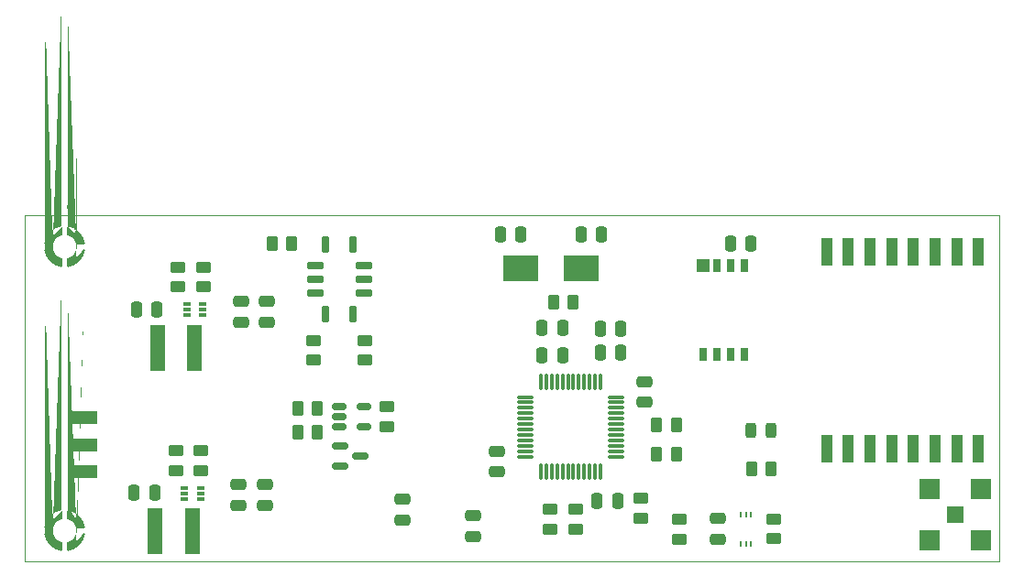
<source format=gbr>
%TF.GenerationSoftware,KiCad,Pcbnew,6.0.2+dfsg-1*%
%TF.CreationDate,2023-05-27T01:06:40+02:00*%
%TF.ProjectId,weather_station,77656174-6865-4725-9f73-746174696f6e,rev?*%
%TF.SameCoordinates,Original*%
%TF.FileFunction,Paste,Top*%
%TF.FilePolarity,Positive*%
%FSLAX46Y46*%
G04 Gerber Fmt 4.6, Leading zero omitted, Abs format (unit mm)*
G04 Created by KiCad (PCBNEW 6.0.2+dfsg-1) date 2023-05-27 01:06:40*
%MOMM*%
%LPD*%
G01*
G04 APERTURE LIST*
G04 Aperture macros list*
%AMRoundRect*
0 Rectangle with rounded corners*
0 $1 Rounding radius*
0 $2 $3 $4 $5 $6 $7 $8 $9 X,Y pos of 4 corners*
0 Add a 4 corners polygon primitive as box body*
4,1,4,$2,$3,$4,$5,$6,$7,$8,$9,$2,$3,0*
0 Add four circle primitives for the rounded corners*
1,1,$1+$1,$2,$3*
1,1,$1+$1,$4,$5*
1,1,$1+$1,$6,$7*
1,1,$1+$1,$8,$9*
0 Add four rect primitives between the rounded corners*
20,1,$1+$1,$2,$3,$4,$5,0*
20,1,$1+$1,$4,$5,$6,$7,0*
20,1,$1+$1,$6,$7,$8,$9,0*
20,1,$1+$1,$8,$9,$2,$3,0*%
%AMFreePoly0*
4,1,52,0.736907,0.853270,0.760485,0.849285,0.765765,0.843894,0.772943,0.841562,0.786999,0.822216,0.803731,0.805133,0.804834,0.797668,0.809270,0.791562,0.809270,0.767646,0.812765,0.743993,0.812763,0.743989,0.752455,0.492671,0.658595,0.251858,0.532921,0.026011,0.377760,-0.180690,0.195981,-0.364420,-0.009051,-0.521781,-0.233542,-0.649860,-0.473339,-0.746287,-0.723999,-0.809276,
-0.724003,-0.809278,-0.728855,-0.808614,-0.729758,-0.809270,-0.791562,-0.809270,-0.841562,-0.772943,-0.860660,-0.714164,-0.860660,-0.101235,-0.841562,-0.042456,-0.791562,-0.006129,-0.782277,-0.006129,-0.775534,-0.001746,-0.767450,-0.002166,-0.617883,0.050341,-0.471086,0.128352,-0.337680,0.227536,-0.220693,0.345642,-0.122783,0.479987,-0.046174,0.627519,0.004907,0.777578,0.004410,0.785660,
0.006129,0.788361,0.006129,0.791562,0.022571,0.814193,0.037596,0.837798,0.040575,0.838973,0.042456,0.841562,0.069060,0.850206,0.095090,0.860471,0.098190,0.859671,0.101235,0.860660,0.714164,0.860660,0.736907,0.853270,0.736907,0.853270,$1*%
%AMFreePoly1*
4,1,52,0.841562,0.772943,0.860660,0.714164,0.860660,0.101235,0.841562,0.042456,0.791562,0.006129,0.782283,0.006129,0.775541,0.001747,0.767455,0.002167,0.617888,-0.050339,0.471090,-0.128349,0.337682,-0.227534,0.220695,-0.345640,0.122784,-0.479985,0.046174,-0.627518,-0.004907,-0.777578,-0.004410,-0.785660,-0.006129,-0.788361,-0.006129,-0.791562,-0.022576,-0.814199,-0.037597,-0.837798,
-0.040574,-0.838972,-0.042456,-0.841562,-0.069066,-0.850208,-0.095091,-0.860471,-0.098190,-0.859671,-0.101235,-0.860660,-0.714164,-0.860660,-0.736903,-0.853272,-0.760485,-0.849286,-0.765767,-0.843894,-0.772943,-0.841562,-0.786998,-0.822217,-0.803731,-0.805133,-0.804834,-0.797668,-0.809270,-0.791562,-0.809270,-0.767646,-0.812765,-0.743993,-0.812765,-0.743992,-0.752565,-0.493022,-0.658909,-0.252524,
-0.533523,-0.026938,-0.378722,0.179575,-0.197362,0.363202,0.007211,0.520558,0.231222,0.648737,0.470537,0.745374,0.720738,0.808686,0.720742,0.808688,0.727669,0.807752,0.729758,0.809270,0.791562,0.809270,0.841562,0.772943,0.841562,0.772943,$1*%
%AMFreePoly2*
4,1,52,-0.042456,0.841562,-0.006129,0.791562,-0.006129,0.782283,-0.001747,0.775541,-0.002167,0.767455,0.050339,0.617888,0.128349,0.471090,0.227534,0.337682,0.345640,0.220695,0.479985,0.122784,0.627518,0.046174,0.777578,-0.004907,0.785660,-0.004410,0.788361,-0.006129,0.791562,-0.006129,0.814199,-0.022576,0.837798,-0.037597,0.838972,-0.040574,0.841562,-0.042456,0.850208,-0.069066,
0.860471,-0.095091,0.859671,-0.098190,0.860660,-0.101235,0.860660,-0.714164,0.853272,-0.736903,0.849286,-0.760485,0.843894,-0.765767,0.841562,-0.772943,0.822217,-0.786998,0.805133,-0.803731,0.797667,-0.804834,0.791562,-0.809270,0.767647,-0.809270,0.743994,-0.812765,0.743992,-0.812765,0.493022,-0.752565,0.252524,-0.658909,0.026938,-0.533523,-0.179575,-0.378722,-0.363202,-0.197362,
-0.520558,0.007211,-0.648737,0.231222,-0.745374,0.470537,-0.808686,0.720738,-0.808688,0.720742,-0.807752,0.727669,-0.809270,0.729758,-0.809270,0.791562,-0.772943,0.841562,-0.714164,0.860660,-0.101235,0.860660,-0.042456,0.841562,-0.042456,0.841562,$1*%
%AMFreePoly3*
4,1,52,-0.743989,0.812763,-0.492671,0.752455,-0.251858,0.658595,-0.026011,0.532921,0.180690,0.377760,0.364420,0.195981,0.521781,-0.009051,0.649860,-0.233542,0.746287,-0.473339,0.809276,-0.723999,0.809278,-0.724003,0.808614,-0.728855,0.809270,-0.729758,0.809270,-0.791562,0.772943,-0.841562,0.714164,-0.860660,0.101235,-0.860660,0.042456,-0.841562,0.006129,-0.791562,0.006129,-0.782277,
0.001746,-0.775534,0.002166,-0.767450,-0.050341,-0.617883,-0.128352,-0.471086,-0.227536,-0.337680,-0.345642,-0.220693,-0.479987,-0.122783,-0.627519,-0.046174,-0.777578,0.004907,-0.785660,0.004410,-0.788361,0.006129,-0.791562,0.006129,-0.814193,0.022571,-0.837798,0.037596,-0.838973,0.040575,-0.841562,0.042456,-0.850206,0.069060,-0.860471,0.095090,-0.859671,0.098190,-0.860660,0.101235,
-0.860660,0.714164,-0.853270,0.736907,-0.849285,0.760485,-0.843894,0.765765,-0.841562,0.772943,-0.822216,0.786999,-0.805133,0.803731,-0.797668,0.804834,-0.791562,0.809270,-0.767646,0.809270,-0.743993,0.812765,-0.743989,0.812763,-0.743989,0.812763,$1*%
%AMFreePoly4*
4,1,51,0.736903,0.853272,0.760485,0.849286,0.765767,0.843894,0.772943,0.841562,0.786998,0.822217,0.803731,0.805133,0.804834,0.797667,0.809270,0.791562,0.809270,0.767647,0.812765,0.743994,0.752565,0.493022,0.658909,0.252524,0.533523,0.026938,0.378722,-0.179575,0.197362,-0.363202,-0.007211,-0.520558,-0.231222,-0.648737,-0.470537,-0.745374,-0.720738,-0.808686,-0.720742,-0.808688,
-0.727669,-0.807752,-0.729758,-0.809270,-0.791562,-0.809270,-0.841562,-0.772943,-0.860660,-0.714164,-0.860660,-0.101235,-0.841562,-0.042456,-0.791562,-0.006129,-0.781165,-0.006129,-0.773682,-0.001247,-0.765596,-0.001653,-0.616373,0.051004,-0.469925,0.129086,-0.336850,0.228257,-0.220158,0.346269,-0.122493,0.480454,-0.046065,0.627772,0.004908,0.777576,0.004410,0.785660,0.006129,0.788361,
0.006129,0.791562,0.022571,0.814193,0.037596,0.837798,0.040575,0.838973,0.042456,0.841562,0.069060,0.850206,0.095090,0.860471,0.098190,0.859671,0.101235,0.860660,0.714164,0.860660,0.736903,0.853272,0.736903,0.853272,$1*%
%AMFreePoly5*
4,1,52,-0.493022,0.752565,-0.252524,0.658909,-0.026938,0.533523,0.179575,0.378722,0.363202,0.197362,0.520558,-0.007211,0.648737,-0.231222,0.745374,-0.470537,0.808686,-0.720738,0.808688,-0.720742,0.807752,-0.727669,0.809270,-0.729758,0.809270,-0.791562,0.772943,-0.841562,0.714164,-0.860660,0.101235,-0.860660,0.042456,-0.841562,0.006129,-0.791562,0.006129,-0.781165,0.001247,-0.773682,
0.001653,-0.765596,-0.051004,-0.616373,-0.129086,-0.469925,-0.228257,-0.336850,-0.346269,-0.220158,-0.480454,-0.122493,-0.627772,-0.046065,-0.777576,0.004908,-0.785660,0.004410,-0.788361,0.006129,-0.791562,0.006129,-0.814193,0.022571,-0.837798,0.037596,-0.838973,0.040575,-0.841562,0.042456,-0.850206,0.069060,-0.860471,0.095090,-0.859671,0.098190,-0.860660,0.101235,-0.860660,0.714164,
-0.853272,0.736903,-0.849286,0.760485,-0.843894,0.765767,-0.841562,0.772943,-0.822217,0.786998,-0.805133,0.803731,-0.797667,0.804834,-0.791562,0.809270,-0.767647,0.809270,-0.743994,0.812765,-0.743992,0.812765,-0.493022,0.752565,-0.493022,0.752565,$1*%
G04 Aperture macros list end*
%TA.AperFunction,Profile*%
%ADD10C,0.100000*%
%TD*%
%ADD11R,1.442200X4.191000*%
%ADD12RoundRect,0.250000X-0.475000X0.250000X-0.475000X-0.250000X0.475000X-0.250000X0.475000X0.250000X0*%
%ADD13R,1.000000X2.500000*%
%ADD14RoundRect,0.250000X-0.450000X0.262500X-0.450000X-0.262500X0.450000X-0.262500X0.450000X0.262500X0*%
%ADD15RoundRect,0.250000X0.262500X0.450000X-0.262500X0.450000X-0.262500X-0.450000X0.262500X-0.450000X0*%
%ADD16RoundRect,0.250000X0.475000X-0.250000X0.475000X0.250000X-0.475000X0.250000X-0.475000X-0.250000X0*%
%ADD17RoundRect,0.250000X0.250000X0.475000X-0.250000X0.475000X-0.250000X-0.475000X0.250000X-0.475000X0*%
%ADD18RoundRect,0.250000X-0.262500X-0.450000X0.262500X-0.450000X0.262500X0.450000X-0.262500X0.450000X0*%
%ADD19R,0.670001X0.299999*%
%ADD20R,0.800001X1.200000*%
%ADD21R,1.200000X1.200000*%
%ADD22R,1.520000X1.520000*%
%ADD23R,1.905000X1.905000*%
%ADD24RoundRect,0.090000X-0.660000X-0.210000X0.660000X-0.210000X0.660000X0.210000X-0.660000X0.210000X0*%
%ADD25RoundRect,0.090000X-0.210000X0.660000X-0.210000X-0.660000X0.210000X-0.660000X0.210000X0.660000X0*%
%ADD26RoundRect,0.090000X0.660000X0.210000X-0.660000X0.210000X-0.660000X-0.210000X0.660000X-0.210000X0*%
%ADD27FreePoly0,0.000000*%
%ADD28FreePoly1,0.000000*%
%ADD29FreePoly2,0.000000*%
%ADD30FreePoly3,0.000000*%
%ADD31RoundRect,0.150000X-0.587500X-0.150000X0.587500X-0.150000X0.587500X0.150000X-0.587500X0.150000X0*%
%ADD32RoundRect,0.150000X-0.512500X-0.150000X0.512500X-0.150000X0.512500X0.150000X-0.512500X0.150000X0*%
%ADD33RoundRect,0.250000X-0.250000X-0.475000X0.250000X-0.475000X0.250000X0.475000X-0.250000X0.475000X0*%
%ADD34RoundRect,0.250000X0.450000X-0.262500X0.450000X0.262500X-0.450000X0.262500X-0.450000X-0.262500X0*%
%ADD35RoundRect,0.075000X-0.075000X0.662500X-0.075000X-0.662500X0.075000X-0.662500X0.075000X0.662500X0*%
%ADD36RoundRect,0.075000X-0.662500X0.075000X-0.662500X-0.075000X0.662500X-0.075000X0.662500X0.075000X0*%
%ADD37FreePoly4,0.000000*%
%ADD38FreePoly5,0.000000*%
%ADD39R,2.500000X1.250000*%
%ADD40R,3.325000X2.400000*%
%ADD41RoundRect,0.243750X0.243750X0.456250X-0.243750X0.456250X-0.243750X-0.456250X0.243750X-0.456250X0*%
%ADD42R,0.250000X0.550000*%
G04 APERTURE END LIST*
D10*
X66600000Y-53600000D02*
X156600000Y-53600000D01*
X156600000Y-53600000D02*
X156600000Y-85600000D01*
X156600000Y-85600000D02*
X66600000Y-85600000D01*
X66600000Y-85600000D02*
X66600000Y-53600000D01*
D11*
%TO.C,L2*%
X78837300Y-65830000D03*
X82286100Y-65830000D03*
%TD*%
D12*
%TO.C,C2*%
X110200000Y-75380000D03*
X110200000Y-77280000D03*
%TD*%
D13*
%TO.C,U1*%
X154650000Y-56925000D03*
X152650000Y-56925000D03*
X150650000Y-56925000D03*
X148650000Y-56925000D03*
X146650000Y-56925000D03*
X144650000Y-56925000D03*
X142650000Y-56925000D03*
X140650000Y-56925000D03*
X140650000Y-75125000D03*
X142650000Y-75125000D03*
X144650000Y-75125000D03*
X146650000Y-75125000D03*
X148650000Y-75125000D03*
X150650000Y-75125000D03*
X152650000Y-75125000D03*
X154650000Y-75125000D03*
%TD*%
D14*
%TO.C,R5*%
X115120000Y-80767500D03*
X115120000Y-82592500D03*
%TD*%
D15*
%TO.C,R16*%
X93625000Y-73610000D03*
X91800000Y-73610000D03*
%TD*%
D16*
%TO.C,C8*%
X101480000Y-81735000D03*
X101480000Y-79835000D03*
%TD*%
D17*
%TO.C,C7*%
X116266000Y-66548000D03*
X114366000Y-66548000D03*
%TD*%
%TO.C,C12*%
X133675000Y-56200001D03*
X131775000Y-56200001D03*
%TD*%
%TO.C,C5*%
X121650000Y-64035001D03*
X119750000Y-64035001D03*
%TD*%
D18*
%TO.C,R14*%
X124925000Y-75682500D03*
X126750000Y-75682500D03*
%TD*%
D19*
%TO.C,U7*%
X81344399Y-78774998D03*
X81344399Y-79274997D03*
X81344399Y-79774999D03*
X82824401Y-79774999D03*
X82824401Y-79274997D03*
X82824401Y-78774998D03*
%TD*%
D11*
%TO.C,L1*%
X78617300Y-82795000D03*
X82066100Y-82795000D03*
%TD*%
D20*
%TO.C,U4*%
X129270000Y-66399999D03*
X130540000Y-66399999D03*
X131810000Y-66399999D03*
X133080000Y-66399999D03*
X133080000Y-58200001D03*
X131810000Y-58200001D03*
X130540000Y-58200001D03*
D21*
X129270000Y-58200001D03*
%TD*%
D15*
%TO.C,R8*%
X135532500Y-77050000D03*
X133707500Y-77050000D03*
%TD*%
D14*
%TO.C,R6*%
X117445000Y-80767500D03*
X117445000Y-82592500D03*
%TD*%
D22*
%TO.C,J2*%
X152500000Y-81250000D03*
D23*
X150125000Y-78875000D03*
X154875000Y-78875000D03*
X154875000Y-83625000D03*
X150125000Y-83625000D03*
%TD*%
D24*
%TO.C,U2*%
X93402500Y-58235000D03*
X93402500Y-59485000D03*
X93402500Y-60735000D03*
D25*
X94382500Y-62735000D03*
X96922500Y-62735000D03*
D26*
X97902500Y-60735000D03*
X97902500Y-59485000D03*
X97902500Y-58235000D03*
D25*
X96922500Y-56235000D03*
X94382500Y-56235000D03*
%TD*%
D18*
%TO.C,R7*%
X115412500Y-61625000D03*
X117237500Y-61625000D03*
%TD*%
D27*
%TO.C,M1*%
X71310660Y-57560660D03*
D28*
X69189340Y-55439340D03*
D29*
X69189340Y-57560660D03*
D30*
X71310660Y-55439340D03*
%TD*%
D31*
%TO.C,D2*%
X95695000Y-74880000D03*
X95695000Y-76780000D03*
X97570000Y-75830000D03*
%TD*%
D16*
%TO.C,C11*%
X108020000Y-83260000D03*
X108020000Y-81360000D03*
%TD*%
D32*
%TO.C,U8*%
X95625000Y-71260000D03*
X95625000Y-72210000D03*
X95625000Y-73160000D03*
X97900000Y-73160000D03*
X97900000Y-71260000D03*
%TD*%
D12*
%TO.C,C15*%
X88740000Y-78495000D03*
X88740000Y-80395000D03*
%TD*%
D18*
%TO.C,R10*%
X91800000Y-71460000D03*
X93625000Y-71460000D03*
%TD*%
D14*
%TO.C,R1*%
X97990000Y-65147500D03*
X97990000Y-66972500D03*
%TD*%
D33*
%TO.C,C3*%
X119450000Y-79975000D03*
X121350000Y-79975000D03*
%TD*%
D14*
%TO.C,R18*%
X83060000Y-58367500D03*
X83060000Y-60192500D03*
%TD*%
D17*
%TO.C,C1*%
X116266000Y-64008000D03*
X114366000Y-64008000D03*
%TD*%
D14*
%TO.C,R2*%
X93277500Y-65147500D03*
X93277500Y-66972500D03*
%TD*%
D12*
%TO.C,C14*%
X86340000Y-78495000D03*
X86340000Y-80395000D03*
%TD*%
D18*
%TO.C,R13*%
X124925000Y-72957500D03*
X126750000Y-72957500D03*
%TD*%
D16*
%TO.C,C16*%
X130625000Y-83527500D03*
X130625000Y-81627500D03*
%TD*%
D12*
%TO.C,C19*%
X88960000Y-61530000D03*
X88960000Y-63430000D03*
%TD*%
D34*
%TO.C,R9*%
X127024999Y-83510000D03*
X127024999Y-81685000D03*
%TD*%
D12*
%TO.C,C18*%
X86560000Y-61530000D03*
X86560000Y-63430000D03*
%TD*%
D33*
%TO.C,C10*%
X110525000Y-55325000D03*
X112425000Y-55325000D03*
%TD*%
D16*
%TO.C,C4*%
X123825000Y-70875000D03*
X123825000Y-68975000D03*
%TD*%
D19*
%TO.C,U10*%
X81564399Y-61809998D03*
X81564399Y-62309997D03*
X81564399Y-62809999D03*
X83044401Y-62809999D03*
X83044401Y-62309997D03*
X83044401Y-61809998D03*
%TD*%
D35*
%TO.C,U3*%
X119750000Y-68962500D03*
X119250000Y-68962500D03*
X118750000Y-68962500D03*
X118250000Y-68962500D03*
X117750000Y-68962500D03*
X117250000Y-68962500D03*
X116750000Y-68962500D03*
X116250000Y-68962500D03*
X115750000Y-68962500D03*
X115250000Y-68962500D03*
X114750000Y-68962500D03*
X114250000Y-68962500D03*
D36*
X112837500Y-70375000D03*
X112837500Y-70875000D03*
X112837500Y-71375000D03*
X112837500Y-71875000D03*
X112837500Y-72375000D03*
X112837500Y-72875000D03*
X112837500Y-73375000D03*
X112837500Y-73875000D03*
X112837500Y-74375000D03*
X112837500Y-74875000D03*
X112837500Y-75375000D03*
X112837500Y-75875000D03*
D35*
X114250000Y-77287500D03*
X114750000Y-77287500D03*
X115250000Y-77287500D03*
X115750000Y-77287500D03*
X116250000Y-77287500D03*
X116750000Y-77287500D03*
X117250000Y-77287500D03*
X117750000Y-77287500D03*
X118250000Y-77287500D03*
X118750000Y-77287500D03*
X119250000Y-77287500D03*
X119750000Y-77287500D03*
D36*
X121162500Y-75875000D03*
X121162500Y-75375000D03*
X121162500Y-74875000D03*
X121162500Y-74375000D03*
X121162500Y-73875000D03*
X121162500Y-73375000D03*
X121162500Y-72875000D03*
X121162500Y-72375000D03*
X121162500Y-71875000D03*
X121162500Y-71375000D03*
X121162500Y-70875000D03*
X121162500Y-70375000D03*
%TD*%
D17*
%TO.C,C17*%
X78810000Y-62270000D03*
X76910000Y-62270000D03*
%TD*%
%TO.C,C6*%
X121650000Y-66295001D03*
X119750000Y-66295001D03*
%TD*%
D37*
%TO.C,M2*%
X71310660Y-83810660D03*
D28*
X69189340Y-81689340D03*
D38*
X71310660Y-81689340D03*
D29*
X69189340Y-83810660D03*
%TD*%
D34*
%TO.C,R19*%
X80760000Y-60192500D03*
X80760000Y-58367500D03*
%TD*%
D39*
%TO.C,SW1*%
X71975000Y-72300000D03*
X71975000Y-74800000D03*
X71975000Y-77300000D03*
%TD*%
D34*
%TO.C,R3*%
X123500000Y-81587500D03*
X123500000Y-79762500D03*
%TD*%
D40*
%TO.C,Y1*%
X112425000Y-58500000D03*
X117950000Y-58500000D03*
%TD*%
D34*
%TO.C,R15*%
X80540000Y-77160000D03*
X80540000Y-75335000D03*
%TD*%
D17*
%TO.C,C13*%
X78590000Y-79235000D03*
X76690000Y-79235000D03*
%TD*%
%TO.C,C9*%
X119850000Y-55325000D03*
X117950000Y-55325000D03*
%TD*%
D14*
%TO.C,R12*%
X100025000Y-71277500D03*
X100025000Y-73102500D03*
%TD*%
%TO.C,R11*%
X82840000Y-75335000D03*
X82840000Y-77160000D03*
%TD*%
D15*
%TO.C,R4*%
X91232500Y-56185000D03*
X89407500Y-56185000D03*
%TD*%
D41*
%TO.C,D1*%
X135537500Y-73500000D03*
X133662500Y-73500000D03*
%TD*%
D42*
%TO.C,U9*%
X132680000Y-83965000D03*
X133180000Y-83965000D03*
X133680000Y-83965000D03*
X133680000Y-81215000D03*
X133180000Y-81215000D03*
X132680000Y-81215000D03*
%TD*%
D14*
%TO.C,R17*%
X135720000Y-81647500D03*
X135720000Y-83472500D03*
%TD*%
M02*

</source>
